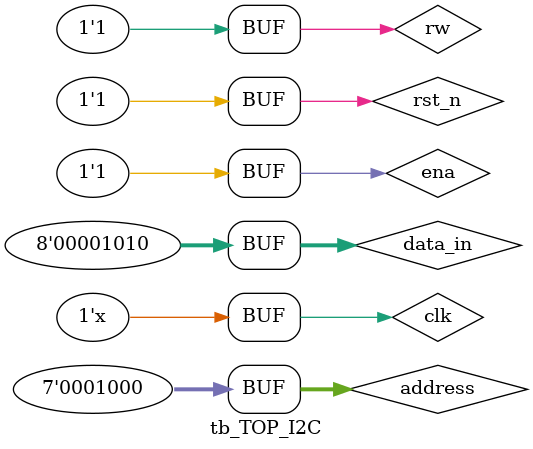
<source format=v>
module tb_TOP_I2C ;
reg clk, rst_n;
reg ena;
reg rw ;
reg [7:0] data_in ;
reg [6:0] address ;
wire valid ;
wire [7:0] data_out ;
wire scl_out ;
wire sda_out ;
I2C_TOP uut (
    .clk(clk),
    .rst_n(rst_n),
    .ena(ena),
    .rw(rw),
    .data_in(data_in),
    .address(address),
    .valid(valid),
    .data_out(data_out),
    .scl_out(scl_out),
    .sda_out(sda_out)
);
initial begin 
    clk = 0 ;
    rst_n = 0 ; 
    #10 ;
    rst_n = 1 ;
    ena = 1 ;
    rw = 1 ;
    data_in = 8'd10 ;
    address = 7'd8 ; 
end
always #5 clk = ~clk ; 
endmodule 
    
</source>
